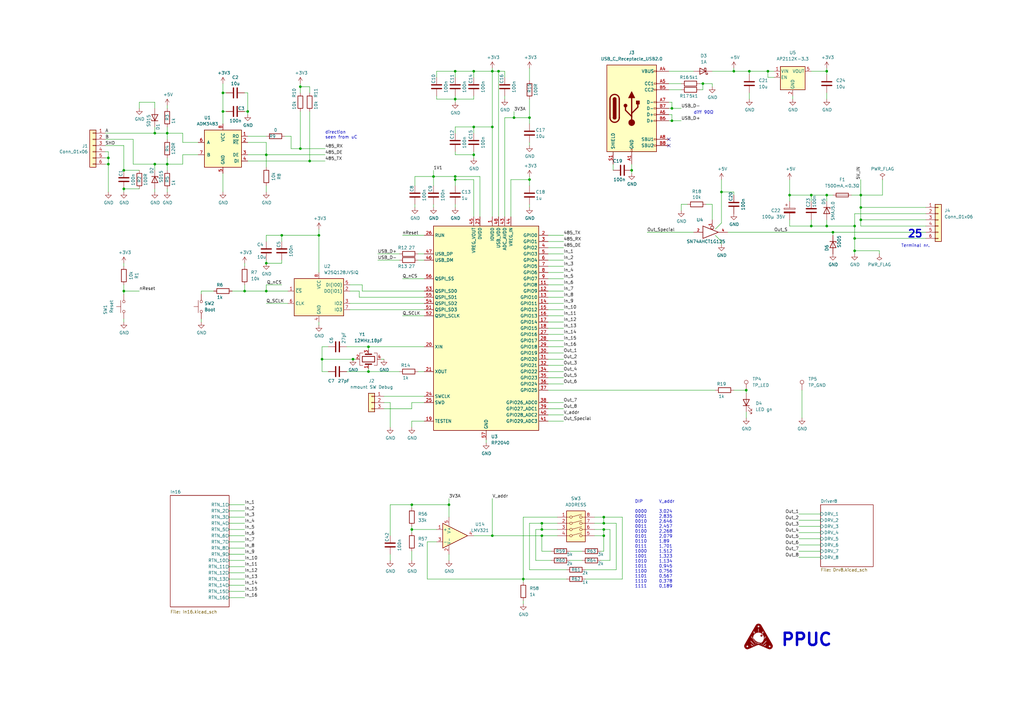
<source format=kicad_sch>
(kicad_sch (version 20211123) (generator eeschema)
  (paper "A3")
  (title_block (title "IO_16x8_matrix") (date "2024-02-18") (rev "0.1.0"))
  (junction (at 247.65 219.71))
  (junction (at 184.15 207.01))
  (junction (at 201.93 52.07))
  (junction (at 186.69 72.39))
  (junction (at 210.82 48.26))
  (junction (at 130.81 96.52))
  (junction (at 306.07 160.02))
  (junction (at 194.31 29.21))
  (junction (at 115.57 96.52))
  (junction (at 204.47 29.21))
  (junction (at 109.22 119.38))
  (junction (at 341.63 95.25))
  (junction (at 177.8 72.39))
  (junction (at 275.59 49.53))
  (junction (at 168.91 217.17))
  (junction (at 44.45 64.77))
  (junction (at 323.85 80.01))
  (junction (at 350.52 92.71))
  (junction (at 50.8 119.38))
  (junction (at 214.63 237.49))
  (junction (at 247.65 217.17))
  (junction (at 100.33 119.38))
  (junction (at 123.19 60.96))
  (junction (at 132.08 147.32))
  (junction (at 109.22 63.5))
  (junction (at 63.5 54.61))
  (junction (at 50.8 69.85))
  (junction (at 222.25 219.71))
  (junction (at 194.31 63.5))
  (junction (at 339.09 92.71))
  (junction (at 353.06 85.09))
  (junction (at 186.69 29.21))
  (junction (at 247.65 212.09))
  (junction (at 275.59 44.45))
  (junction (at 186.69 40.64))
  (junction (at 123.19 35.56))
  (junction (at 201.93 219.71))
  (junction (at 144.78 147.32))
  (junction (at 332.74 80.01))
  (junction (at 194.31 52.07))
  (junction (at 222.25 214.63))
  (junction (at 350.52 97.79))
  (junction (at 217.17 48.26))
  (junction (at 332.74 92.71))
  (junction (at 168.91 207.01))
  (junction (at 314.96 29.21))
  (junction (at 109.22 107.95))
  (junction (at 91.44 38.1))
  (junction (at 217.17 73.66))
  (junction (at 307.34 29.21))
  (junction (at 127 66.04))
  (junction (at 353.06 90.17))
  (junction (at 91.44 45.72))
  (junction (at 339.09 80.01))
  (junction (at 259.08 69.85))
  (junction (at 186.69 73.66))
  (junction (at 350.52 102.87))
  (junction (at 101.6 45.72))
  (junction (at 295.91 78.74))
  (junction (at 151.13 142.24))
  (junction (at 63.5 67.31))
  (junction (at 50.8 77.47))
  (junction (at 151.13 152.4))
  (junction (at 247.65 214.63))
  (junction (at 339.09 29.21))
  (junction (at 300.99 29.21))
  (junction (at 222.25 217.17))
  (junction (at 288.29 34.29))
  (junction (at 44.45 67.31))
  (junction (at 353.06 80.01))
  (junction (at 68.58 67.31))
  (junction (at 68.58 54.61))
  (junction (at 201.93 29.21))
  (no_connect (at 274.32 59.69))
  (no_connect (at 274.32 57.15))
  (wire (pts (xy 194.31 88.9) (xy 194.31 73.66)))
  (wire (pts (xy 142.24 152.4) (xy 151.13 152.4)))
  (wire (pts (xy 224.79 165.1) (xy 231.14 165.1)))
  (wire (pts (xy 224.79 157.48) (xy 231.14 157.48)))
  (wire (pts (xy 314.96 31.75) (xy 317.5 31.75)))
  (wire (pts (xy 127 35.56) (xy 127 38.1)))
  (wire (pts (xy 243.84 212.09) (xy 247.65 212.09)))
  (wire (pts (xy 217.17 83.82) (xy 217.17 85.09)))
  (wire (pts (xy 123.19 45.72) (xy 123.19 60.96)))
  (wire (pts (xy 50.8 107.95) (xy 50.8 109.22)))
  (wire (pts (xy 224.79 114.3) (xy 231.14 114.3)))
  (wire (pts (xy 186.69 62.23) (xy 186.69 63.5)))
  (wire (pts (xy 224.79 121.92) (xy 231.14 121.92)))
  (wire (pts (xy 353.06 80.01) (xy 353.06 85.09)))
  (wire (pts (xy 224.79 109.22) (xy 231.14 109.22)))
  (wire (pts (xy 63.5 77.47) (xy 63.5 78.74)))
  (wire (pts (xy 246.38 229.87) (xy 250.19 229.87)))
  (wire (pts (xy 134.62 142.24) (xy 132.08 142.24)))
  (wire (pts (xy 93.98 212.09) (xy 100.33 212.09)))
  (wire (pts (xy 93.98 224.79) (xy 100.33 224.79)))
  (wire (pts (xy 115.57 96.52) (xy 130.81 96.52)))
  (wire (pts (xy 224.79 96.52) (xy 231.14 96.52)))
  (wire (pts (xy 179.07 29.21) (xy 179.07 31.75)))
  (wire (pts (xy 246.38 226.06) (xy 247.65 226.06)))
  (wire (pts (xy 68.58 77.47) (xy 68.58 78.74)))
  (wire (pts (xy 100.33 119.38) (xy 109.22 119.38)))
  (wire (pts (xy 93.98 240.03) (xy 100.33 240.03)))
  (wire (pts (xy 57.15 41.91) (xy 57.15 44.45)))
  (wire (pts (xy 123.19 35.56) (xy 123.19 38.1)))
  (wire (pts (xy 224.79 160.02) (xy 293.37 160.02)))
  (wire (pts (xy 173.99 172.72) (xy 168.91 172.72)))
  (wire (pts (xy 93.98 227.33) (xy 100.33 227.33)))
  (wire (pts (xy 274.32 29.21) (xy 284.48 29.21)))
  (wire (pts (xy 115.57 116.84) (xy 109.22 116.84)))
  (wire (pts (xy 68.58 64.77) (xy 68.58 67.31)))
  (wire (pts (xy 360.68 104.14) (xy 360.68 102.87)))
  (wire (pts (xy 82.55 119.38) (xy 87.63 119.38)))
  (wire (pts (xy 353.06 90.17) (xy 379.73 90.17)))
  (wire (pts (xy 300.99 27.94) (xy 300.99 29.21)))
  (wire (pts (xy 132.08 147.32) (xy 144.78 147.32)))
  (wire (pts (xy 224.79 142.24) (xy 231.14 142.24)))
  (wire (pts (xy 196.85 72.39) (xy 186.69 72.39)))
  (wire (pts (xy 93.98 222.25) (xy 100.33 222.25)))
  (wire (pts (xy 219.71 229.87) (xy 226.06 229.87)))
  (wire (pts (xy 306.07 168.91) (xy 306.07 171.45)))
  (wire (pts (xy 307.34 38.1) (xy 307.34 40.64)))
  (wire (pts (xy 194.31 52.07) (xy 194.31 54.61)))
  (wire (pts (xy 68.58 43.18) (xy 68.58 44.45)))
  (wire (pts (xy 186.69 63.5) (xy 194.31 63.5)))
  (wire (pts (xy 228.6 217.17) (xy 222.25 217.17)))
  (wire (pts (xy 353.06 85.09) (xy 353.06 90.17)))
  (wire (pts (xy 224.79 111.76) (xy 231.14 111.76)))
  (wire (pts (xy 353.06 73.66) (xy 353.06 80.01)))
  (wire (pts (xy 274.32 36.83) (xy 279.4 36.83)))
  (wire (pts (xy 274.32 34.29) (xy 279.4 34.29)))
  (wire (pts (xy 217.17 76.2) (xy 217.17 73.66)))
  (wire (pts (xy 142.24 142.24) (xy 151.13 142.24)))
  (wire (pts (xy 323.85 73.66) (xy 323.85 80.01)))
  (wire (pts (xy 132.08 142.24) (xy 132.08 147.32)))
  (wire (pts (xy 74.93 67.31) (xy 74.93 63.5)))
  (wire (pts (xy 157.48 165.1) (xy 160.02 165.1)))
  (wire (pts (xy 109.22 63.5) (xy 133.35 63.5)))
  (wire (pts (xy 307.34 29.21) (xy 307.34 30.48)))
  (wire (pts (xy 350.52 87.63) (xy 350.52 92.71)))
  (wire (pts (xy 194.31 73.66) (xy 186.69 73.66)))
  (wire (pts (xy 93.98 234.95) (xy 100.33 234.95)))
  (wire (pts (xy 224.79 152.4) (xy 231.14 152.4)))
  (wire (pts (xy 327.66 226.06) (xy 336.55 226.06)))
  (wire (pts (xy 279.4 86.36) (xy 279.4 83.82)))
  (wire (pts (xy 101.6 58.42) (xy 109.22 58.42)))
  (wire (pts (xy 44.45 64.77) (xy 44.45 67.31)))
  (wire (pts (xy 251.46 67.31) (xy 251.46 69.85)))
  (wire (pts (xy 341.63 96.52) (xy 341.63 95.25)))
  (wire (pts (xy 43.18 57.15) (xy 54.61 57.15)))
  (wire (pts (xy 168.91 207.01) (xy 168.91 208.28)))
  (wire (pts (xy 327.66 215.9) (xy 336.55 215.9)))
  (wire (pts (xy 219.71 217.17) (xy 219.71 229.87)))
  (wire (pts (xy 274.32 49.53) (xy 275.59 49.53)))
  (wire (pts (xy 339.09 80.01) (xy 341.63 80.01)))
  (wire (pts (xy 44.45 62.23) (xy 44.45 64.77)))
  (wire (pts (xy 93.98 232.41) (xy 100.33 232.41)))
  (wire (pts (xy 295.91 78.74) (xy 295.91 91.44)))
  (wire (pts (xy 325.12 39.37) (xy 325.12 40.64)))
  (wire (pts (xy 201.93 29.21) (xy 204.47 29.21)))
  (wire (pts (xy 259.08 67.31) (xy 259.08 69.85)))
  (wire (pts (xy 339.09 38.1) (xy 339.09 40.64)))
  (wire (pts (xy 361.95 80.01) (xy 353.06 80.01)))
  (wire (pts (xy 327.66 210.82) (xy 336.55 210.82)))
  (wire (pts (xy 82.55 119.38) (xy 82.55 120.65)))
  (wire (pts (xy 50.8 116.84) (xy 50.8 119.38)))
  (wire (pts (xy 224.79 139.7) (xy 231.14 139.7)))
  (wire (pts (xy 147.32 119.38) (xy 147.32 121.92)))
  (wire (pts (xy 74.93 63.5) (xy 81.28 63.5)))
  (wire (pts (xy 50.8 119.38) (xy 57.15 119.38)))
  (wire (pts (xy 201.93 29.21) (xy 201.93 52.07)))
  (wire (pts (xy 350.52 97.79) (xy 350.52 102.87)))
  (wire (pts (xy 130.81 96.52) (xy 130.81 111.76)))
  (wire (pts (xy 50.8 69.85) (xy 57.15 69.85)))
  (wire (pts (xy 177.8 72.39) (xy 177.8 76.2)))
  (wire (pts (xy 300.99 80.01) (xy 300.99 78.74)))
  (wire (pts (xy 92.71 38.1) (xy 91.44 38.1)))
  (wire (pts (xy 173.99 142.24) (xy 151.13 142.24)))
  (wire (pts (xy 157.48 167.64) (xy 168.91 167.64)))
  (wire (pts (xy 306.07 160.02) (xy 306.07 161.29)))
  (wire (pts (xy 170.18 72.39) (xy 177.8 72.39)))
  (wire (pts (xy 43.18 64.77) (xy 44.45 64.77)))
  (wire (pts (xy 186.69 29.21) (xy 186.69 31.75)))
  (wire (pts (xy 252.73 214.63) (xy 247.65 214.63)))
  (wire (pts (xy 339.09 82.55) (xy 339.09 80.01)))
  (wire (pts (xy 217.17 40.64) (xy 217.17 48.26)))
  (wire (pts (xy 186.69 29.21) (xy 194.31 29.21)))
  (wire (pts (xy 93.98 209.55) (xy 100.33 209.55)))
  (wire (pts (xy 295.91 99.06) (xy 295.91 100.33)))
  (wire (pts (xy 222.25 214.63) (xy 217.17 214.63)))
  (wire (pts (xy 154.94 104.14) (xy 163.83 104.14)))
  (wire (pts (xy 184.15 207.01) (xy 184.15 212.09)))
  (wire (pts (xy 224.79 134.62) (xy 231.14 134.62)))
  (wire (pts (xy 360.68 102.87) (xy 350.52 102.87)))
  (wire (pts (xy 43.18 54.61) (xy 63.5 54.61)))
  (wire (pts (xy 207.01 48.26) (xy 207.01 88.9)))
  (wire (pts (xy 323.85 92.71) (xy 332.74 92.71)))
  (wire (pts (xy 353.06 90.17) (xy 353.06 92.71)))
  (wire (pts (xy 332.74 29.21) (xy 339.09 29.21)))
  (wire (pts (xy 63.5 54.61) (xy 68.58 54.61)))
  (wire (pts (xy 194.31 39.37) (xy 194.31 40.64)))
  (wire (pts (xy 157.48 162.56) (xy 173.99 162.56)))
  (wire (pts (xy 204.47 29.21) (xy 207.01 29.21)))
  (wire (pts (xy 222.25 226.06) (xy 226.06 226.06)))
  (wire (pts (xy 332.74 82.55) (xy 332.74 80.01)))
  (wire (pts (xy 68.58 54.61) (xy 74.93 54.61)))
  (wire (pts (xy 217.17 58.42) (xy 217.17 59.69)))
  (wire (pts (xy 101.6 45.72) (xy 101.6 46.99)))
  (wire (pts (xy 74.93 54.61) (xy 74.93 58.42)))
  (wire (pts (xy 233.68 229.87) (xy 238.76 229.87)))
  (wire (pts (xy 288.29 34.29) (xy 292.1 34.29)))
  (wire (pts (xy 240.03 237.49) (xy 255.27 237.49)))
  (wire (pts (xy 54.61 57.15) (xy 54.61 67.31)))
  (wire (pts (xy 275.59 41.91) (xy 275.59 44.45)))
  (wire (pts (xy 314.96 29.21) (xy 317.5 29.21)))
  (wire (pts (xy 186.69 72.39) (xy 177.8 72.39)))
  (wire (pts (xy 50.8 77.47) (xy 50.8 78.74)))
  (wire (pts (xy 293.37 93.98) (xy 295.91 91.44)))
  (wire (pts (xy 171.45 104.14) (xy 173.99 104.14)))
  (wire (pts (xy 175.26 222.25) (xy 179.07 222.25)))
  (wire (pts (xy 379.73 97.79) (xy 350.52 97.79)))
  (wire (pts (xy 339.09 92.71) (xy 332.74 92.71)))
  (wire (pts (xy 194.31 62.23) (xy 194.31 63.5)))
  (wire (pts (xy 171.45 152.4) (xy 173.99 152.4)))
  (wire (pts (xy 194.31 63.5) (xy 194.31 64.77)))
  (wire (pts (xy 101.6 63.5) (xy 109.22 63.5)))
  (wire (pts (xy 228.6 214.63) (xy 222.25 214.63)))
  (wire (pts (xy 228.6 219.71) (xy 222.25 219.71)))
  (wire (pts (xy 224.79 99.06) (xy 231.14 99.06)))
  (wire (pts (xy 207.01 48.26) (xy 210.82 48.26)))
  (wire (pts (xy 44.45 67.31) (xy 44.45 78.74)))
  (wire (pts (xy 350.52 92.71) (xy 339.09 92.71)))
  (wire (pts (xy 168.91 165.1) (xy 173.99 165.1)))
  (wire (pts (xy 287.02 34.29) (xy 288.29 34.29)))
  (wire (pts (xy 339.09 90.17) (xy 339.09 92.71)))
  (wire (pts (xy 217.17 214.63) (xy 217.17 233.68)))
  (wire (pts (xy 361.95 73.66) (xy 361.95 80.01)))
  (wire (pts (xy 68.58 67.31) (xy 74.93 67.31)))
  (wire (pts (xy 95.25 119.38) (xy 100.33 119.38)))
  (wire (pts (xy 300.99 29.21) (xy 307.34 29.21)))
  (wire (pts (xy 224.79 106.68) (xy 231.14 106.68)))
  (wire (pts (xy 217.17 48.26) (xy 217.17 50.8)))
  (wire (pts (xy 300.99 78.74) (xy 295.91 78.74)))
  (wire (pts (xy 179.07 39.37) (xy 179.07 40.64)))
  (wire (pts (xy 154.94 106.68) (xy 163.83 106.68)))
  (wire (pts (xy 255.27 237.49) (xy 255.27 212.09)))
  (wire (pts (xy 274.32 46.99) (xy 275.59 46.99)))
  (wire (pts (xy 148.59 116.84) (xy 148.59 119.38)))
  (wire (pts (xy 91.44 38.1) (xy 91.44 45.72)))
  (wire (pts (xy 332.74 92.71) (xy 332.74 90.17)))
  (wire (pts (xy 171.45 106.68) (xy 173.99 106.68)))
  (wire (pts (xy 247.65 226.06) (xy 247.65 219.71)))
  (wire (pts (xy 288.29 34.29) (xy 288.29 36.83)))
  (wire (pts (xy 109.22 124.46) (xy 118.11 124.46)))
  (wire (pts (xy 327.66 228.6) (xy 336.55 228.6)))
  (wire (pts (xy 109.22 99.06) (xy 109.22 96.52)))
  (wire (pts (xy 151.13 152.4) (xy 163.83 152.4)))
  (wire (pts (xy 168.91 215.9) (xy 168.91 217.17)))
  (wire (pts (xy 214.63 237.49) (xy 214.63 238.76)))
  (wire (pts (xy 165.1 96.52) (xy 173.99 96.52)))
  (wire (pts (xy 168.91 167.64) (xy 168.91 165.1)))
  (wire (pts (xy 63.5 44.45) (xy 63.5 41.91)))
  (wire (pts (xy 323.85 80.01) (xy 332.74 80.01)))
  (wire (pts (xy 339.09 29.21) (xy 339.09 30.48)))
  (wire (pts (xy 68.58 54.61) (xy 68.58 57.15)))
  (wire (pts (xy 186.69 52.07) (xy 186.69 54.61)))
  (wire (pts (xy 132.08 152.4) (xy 134.62 152.4)))
  (wire (pts (xy 194.31 29.21) (xy 201.93 29.21)))
  (wire (pts (xy 379.73 87.63) (xy 350.52 87.63)))
  (wire (pts (xy 233.68 226.06) (xy 238.76 226.06)))
  (wire (pts (xy 247.65 217.17) (xy 247.65 219.71)))
  (wire (pts (xy 101.6 55.88) (xy 109.22 55.88)))
  (wire (pts (xy 57.15 77.47) (xy 50.8 77.47)))
  (wire (pts (xy 165.1 114.3) (xy 173.99 114.3)))
  (wire (pts (xy 307.34 29.21) (xy 314.96 29.21)))
  (wire (pts (xy 210.82 45.72) (xy 210.82 48.26)))
  (wire (pts (xy 170.18 83.82) (xy 170.18 85.09)))
  (wire (pts (xy 199.39 180.34) (xy 199.39 181.61)))
  (wire (pts (xy 214.63 212.09) (xy 214.63 237.49)))
  (wire (pts (xy 201.93 219.71) (xy 222.25 219.71)))
  (wire (pts (xy 250.19 217.17) (xy 247.65 217.17)))
  (wire (pts (xy 224.79 104.14) (xy 231.14 104.14)))
  (wire (pts (xy 109.22 63.5) (xy 109.22 58.42)))
  (wire (pts (xy 93.98 245.11) (xy 100.33 245.11)))
  (wire (pts (xy 350.52 102.87) (xy 350.52 104.14)))
  (wire (pts (xy 43.18 67.31) (xy 44.45 67.31)))
  (wire (pts (xy 332.74 80.01) (xy 339.09 80.01)))
  (wire (pts (xy 279.4 83.82) (xy 281.94 83.82)))
  (wire (pts (xy 214.63 246.38) (xy 214.63 247.65)))
  (wire (pts (xy 292.1 34.29) (xy 292.1 35.56)))
  (wire (pts (xy 168.91 217.17) (xy 168.91 218.44)))
  (wire (pts (xy 265.43 95.25) (xy 284.48 95.25)))
  (wire (pts (xy 50.8 119.38) (xy 50.8 120.65)))
  (wire (pts (xy 259.08 69.85) (xy 259.08 71.12)))
  (wire (pts (xy 222.25 217.17) (xy 219.71 217.17)))
  (wire (pts (xy 327.66 223.52) (xy 336.55 223.52)))
  (wire (pts (xy 123.19 60.96) (xy 133.35 60.96)))
  (wire (pts (xy 93.98 219.71) (xy 100.33 219.71)))
  (wire (pts (xy 50.8 59.69) (xy 50.8 69.85)))
  (wire (pts (xy 349.25 80.01) (xy 353.06 80.01)))
  (wire (pts (xy 274.32 44.45) (xy 275.59 44.45)))
  (wire (pts (xy 224.79 167.64) (xy 231.14 167.64)))
  (wire (pts (xy 100.33 116.84) (xy 100.33 119.38)))
  (wire (pts (xy 116.84 55.88) (xy 119.38 55.88)))
  (wire (pts (xy 224.79 127) (xy 231.14 127)))
  (wire (pts (xy 93.98 207.01) (xy 100.33 207.01)))
  (wire (pts (xy 224.79 170.18) (xy 231.14 170.18)))
  (wire (pts (xy 292.1 29.21) (xy 300.99 29.21)))
  (wire (pts (xy 289.56 83.82) (xy 292.1 83.82)))
  (wire (pts (xy 74.93 58.42) (xy 81.28 58.42)))
  (wire (pts (xy 63.5 41.91) (xy 57.15 41.91)))
  (wire (pts (xy 228.6 212.09) (xy 214.63 212.09)))
  (wire (pts (xy 194.31 29.21) (xy 194.31 31.75)))
  (wire (pts (xy 109.22 96.52) (xy 115.57 96.52)))
  (wire (pts (xy 165.1 129.54) (xy 173.99 129.54)))
  (wire (pts (xy 194.31 52.07) (xy 201.93 52.07)))
  (wire (pts (xy 143.51 119.38) (xy 147.32 119.38)))
  (wire (pts (xy 132.08 147.32) (xy 132.08 152.4)))
  (wire (pts (xy 127 45.72) (xy 127 66.04)))
  (wire (pts (xy 323.85 82.55) (xy 323.85 80.01)))
  (wire (pts (xy 247.65 219.71) (xy 243.84 219.71)))
  (wire (pts (xy 54.61 67.31) (xy 63.5 67.31)))
  (wire (pts (xy 119.38 55.88) (xy 119.38 60.96)))
  (wire (pts (xy 240.03 233.68) (xy 252.73 233.68)))
  (wire (pts (xy 68.58 52.07) (xy 68.58 54.61)))
  (wire (pts (xy 148.59 119.38) (xy 173.99 119.38)))
  (wire (pts (xy 224.79 129.54) (xy 231.14 129.54)))
  (wire (pts (xy 252.73 233.68) (xy 252.73 214.63)))
  (wire (pts (xy 275.59 44.45) (xy 279.4 44.45)))
  (wire (pts (xy 82.55 130.81) (xy 82.55 132.08)))
  (wire (pts (xy 151.13 151.13) (xy 151.13 152.4)))
  (wire (pts (xy 184.15 227.33) (xy 184.15 229.87)))
  (wire (pts (xy 93.98 229.87) (xy 100.33 229.87)))
  (wire (pts (xy 92.71 45.72) (xy 91.44 45.72)))
  (wire (pts (xy 100.33 38.1) (xy 101.6 38.1)))
  (wire (pts (xy 292.1 83.82) (xy 292.1 90.17)))
  (wire (pts (xy 186.69 40.64) (xy 186.69 41.91)))
  (wire (pts (xy 207.01 39.37) (xy 207.01 40.64)))
  (wire (pts (xy 179.07 29.21) (xy 186.69 29.21)))
  (wire (pts (xy 186.69 40.64) (xy 194.31 40.64)))
  (wire (pts (xy 207.01 31.75) (xy 207.01 29.21)))
  (wire (pts (xy 339.09 27.94) (xy 339.09 29.21)))
  (wire (pts (xy 224.79 132.08) (xy 231.14 132.08)))
  (wire (pts (xy 287.02 36.83) (xy 288.29 36.83)))
  (wire (pts (xy 160.02 207.01) (xy 168.91 207.01)))
  (wire (pts (xy 224.79 124.46) (xy 231.14 124.46)))
  (wire (pts (xy 293.37 96.52) (xy 295.91 99.06)))
  (wire (pts (xy 214.63 237.49) (xy 232.41 237.49)))
  (wire (pts (xy 143.51 127) (xy 173.99 127)))
  (wire (pts (xy 91.44 71.12) (xy 91.44 78.74)))
  (wire (pts (xy 210.82 48.26) (xy 217.17 48.26)))
  (wire (pts (xy 168.91 172.72) (xy 168.91 175.26)))
  (wire (pts (xy 204.47 29.21) (xy 204.47 88.9)))
  (wire (pts (xy 224.79 154.94) (xy 231.14 154.94)))
  (wire (pts (xy 168.91 226.06) (xy 168.91 229.87)))
  (wire (pts (xy 109.22 119.38) (xy 118.11 119.38)))
  (wire (pts (xy 209.55 88.9) (xy 209.55 73.66)))
  (wire (pts (xy 119.38 60.96) (xy 123.19 60.96)))
  (wire (pts (xy 160.02 207.01) (xy 160.02 219.71)))
  (wire (pts (xy 224.79 116.84) (xy 231.14 116.84)))
  (wire (pts (xy 91.44 45.72) (xy 91.44 50.8)))
  (wire (pts (xy 186.69 72.39) (xy 186.69 73.66)))
  (wire (pts (xy 177.8 69.85) (xy 177.8 72.39)))
  (wire (pts (xy 201.93 27.94) (xy 201.93 29.21)))
  (wire (pts (xy 224.79 149.86) (xy 231.14 149.86)))
  (wire (pts (xy 91.44 34.29) (xy 91.44 38.1)))
  (wire (pts (xy 170.18 76.2) (xy 170.18 72.39)))
  (wire (pts (xy 341.63 95.25) (xy 379.73 95.25)))
  (wire (pts (xy 247.65 214.63) (xy 243.84 214.63)))
  (wire (pts (xy 115.57 106.68) (xy 115.57 107.95)))
  (wire (pts (xy 100.33 45.72) (xy 101.6 45.72)))
  (wire (pts (xy 201.93 52.07) (xy 201.93 88.9)))
  (wire (pts (xy 224.79 172.72) (xy 231.14 172.72)))
  (wire (pts (xy 353.06 85.09) (xy 379.73 85.09)))
  (wire (pts (xy 100.33 107.95) (xy 100.33 109.22)))
  (wire (pts (xy 130.81 93.98) (xy 130.81 96.52)))
  (wire (pts (xy 217.17 233.68) (xy 232.41 233.68)))
  (wire (pts (xy 186.69 83.82) (xy 186.69 85.09)))
  (wire (pts (xy 247.65 217.17) (xy 243.84 217.17)))
  (wire (pts (xy 101.6 66.04) (xy 127 66.04)))
  (wire (pts (xy 127 66.04) (xy 133.35 66.04)))
  (wire (pts (xy 179.07 40.64) (xy 186.69 40.64)))
  (wire (pts (xy 196.85 88.9) (xy 196.85 72.39)))
  (wire (pts (xy 350.52 92.71) (xy 350.52 97.79)))
  (wire (pts (xy 224.79 119.38) (xy 231.14 119.38)))
  (wire (pts (xy 109.22 63.5) (xy 109.22 68.58)))
  (wire (pts (xy 186.69 39.37) (xy 186.69 40.64)))
  (wire (pts (xy 143.51 124.46) (xy 173.99 124.46)))
  (wire (pts (xy 156.21 147.32) (xy 157.48 147.32)))
  (wire (pts (xy 175.26 237.49) (xy 175.26 222.25)))
  (wire (pts (xy 68.58 67.31) (xy 68.58 69.85)))
  (wire (pts (xy 186.69 73.66) (xy 186.69 76.2)))
  (wire (pts (xy 314.96 29.21) (xy 314.96 31.75)))
  (wire (pts (xy 123.19 35.56) (xy 127 35.56)))
  (wire (pts (xy 327.66 213.36) (xy 336.55 213.36)))
  (wire (pts (xy 93.98 214.63) (xy 100.33 214.63)))
  (wire (pts (xy 217.17 27.94) (xy 217.17 33.02)))
  (wire (pts (xy 247.65 212.09) (xy 255.27 212.09)))
  (wire (pts (xy 328.93 160.02) (xy 328.93 171.45)))
  (wire (pts (xy 143.51 116.84) (xy 148.59 116.84)))
  (wire (pts (xy 209.55 73.66) (xy 217.17 73.66)))
  (wire (pts (xy 151.13 142.24) (xy 151.13 143.51)))
  (wire (pts (xy 63.5 52.07) (xy 63.5 54.61)))
  (wire (pts (xy 250.19 229.87) (xy 250.19 217.17)))
  (wire (pts (xy 327.66 220.98) (xy 336.55 220.98)))
  (wire (pts (xy 50.8 59.69) (xy 43.18 59.69)))
  (wire (pts (xy 323.85 90.17) (xy 323.85 92.71)))
  (wire (pts (xy 224.79 101.6) (xy 231.14 101.6)))
  (wire (pts (xy 274.32 41.91) (xy 275.59 41.91)))
  (wire (pts (xy 224.79 147.32) (xy 231.14 147.32)))
  (wire (pts (xy 295.91 73.66) (xy 295.91 78.74)))
  (wire (pts (xy 101.6 38.1) (xy 101.6 45.72)))
  (wire (pts (xy 224.79 137.16) (xy 231.14 137.16)))
  (wire (pts (xy 222.25 219.71) (xy 222.25 226.06)))
  (wire (pts (xy 214.63 237.49) (xy 175.26 237.49)))
  (wire (pts (xy 109.22 106.68) (xy 109.22 107.95)))
  (wire (pts (xy 184.15 207.01) (xy 168.91 207.01)))
  (wire (pts (xy 184.15 204.47) (xy 184.15 207.01)))
  (wire (pts (xy 130.81 132.08) (xy 130.81 133.35)))
  (wire (pts (xy 201.93 219.71) (xy 194.31 219.71)))
  (wire (pts (xy 298.45 95.25) (xy 341.63 95.25)))
  (wire (pts (xy 327.66 218.44) (xy 336.55 218.44)))
  (wire (pts (xy 177.8 83.82) (xy 177.8 85.09)))
  (wire (pts (xy 144.78 147.32) (xy 146.05 147.32)))
  (wire (pts (xy 93.98 237.49) (xy 100.33 237.49)))
  (wire (pts (xy 224.79 144.78) (xy 231.14 144.78)))
  (wire (pts (xy 160.02 165.1) (xy 160.02 175.26)))
  (wire (pts (xy 43.18 62.23) (xy 44.45 62.23)))
  (wire (pts (xy 247.65 212.09) (xy 247.65 214.63)))
  (wire (pts (xy 186.69 52.07) (xy 194.31 52.07)))
  (wire (pts (xy 168.91 217.17) (xy 179.07 217.17)))
  (wire (pts (xy 217.17 72.39) (xy 217.17 73.66)))
  (wire (pts (xy 275.59 49.53) (xy 279.4 49.53)))
  (wire (pts (xy 222.25 214.63) (xy 222.25 217.17)))
  (wire (pts (xy 160.02 227.33) (xy 160.02 229.87)))
  (wire (pts (xy 201.93 204.47) (xy 201.93 219.71)))
  (wire (pts (xy 93.98 242.57) (xy 100.33 242.57)))
  (wire (pts (xy 63.5 69.85) (xy 63.5 67.31)))
  (wire (pts (xy 115.57 107.95) (xy 109.22 107.95)))
  (wire (pts (xy 123.19 34.29) (xy 123.19 35.56)))
  (wire (pts (xy 353.06 92.71) (xy 379.73 92.71)))
  (wire (pts (xy 300.99 160.02) (xy 306.07 160.02)))
  (wire (pts (xy 147.32 121.92) (xy 173.99 121.92)))
  (wire (pts (xy 50.8 130.81) (xy 50.8 132.08)))
  (wire (pts (xy 115.57 96.52) (xy 115.57 99.06)))
  (wire (pts (xy 275.59 46.99) (xy 275.59 49.53)))
  (wire (pts (xy 93.98 217.17) (xy 100.33 217.17)))
  (wire (pts (xy 109.22 76.2) (xy 109.22 78.74)))
  (wire (pts (xy 109.22 116.84) (xy 109.22 119.38)))
  (wire (pts (xy 63.5 67.31) (xy 68.58 67.31)))
  (text "DIP 	V_addr\n\n0000	3,024\n0001	2,835\n0010	2,646\n0011	2,457\n0100	2,268\n0101	2,079\n0110	1,89\n0111	1,701\n1000	1,512\n1001	1,323\n1010	1,134\n1011	0,945\n1100	0,756\n1101	0,567\n1110	0,378\n1111	0,189\n" (at 260.35 241.3 0) (effects (font (size 1.27 1.27)) (justify left bottom)))
  (text "diff 90Ω" (at 284.48 46.99 0) (effects (font (size 1.27 1.27)) (justify left bottom)))
  (text "Terminal nr." (at 369.57 101.6 0) (effects (font (size 1.27 1.27)) (justify left bottom)))
  (text "direction\nseen from uC" (at 133.35 57.15 0) (effects (font (size 1.27 1.27)) (justify left bottom)))
  (text "25" (at 372.11 97.79 0) (effects (font (size 3 3) (thickness 0.6) bold) (justify left bottom)))
  (text "PPUC" (at 320.04 265.43 0) (effects (font (size 5 5) bold) (justify left bottom)))
  (label "In_15" (at 231.14 139.7 0))
  (label "Out_5" (at 231.14 154.94 0))
  (label "In_16" (at 231.14 142.24 0))
  (label "In_12" (at 100.33 234.95 0))
  (label "Q_SCLK" (at 109.22 124.46 0))
  (label "nReset" (at 57.15 119.38 0))
  (label "In_10" (at 100.33 229.87 0))
  (label "In_2" (at 231.14 106.68 0))
  (label "SHD" (at 43.18 59.69 0))
  (label "Out_8" (at 327.66 228.6 180))
  (label "V_addr" (at 201.93 204.47 0))
  (label "In_6" (at 231.14 116.84 0))
  (label "In_5" (at 100.33 217.17 0))
  (label "Out_6" (at 327.66 223.52 180))
  (label "In_13" (at 100.33 237.49 0))
  (label "Out_2" (at 231.14 147.32 0))
  (label "In_8" (at 100.33 224.79 0))
  (label "USB_D+" (at 154.94 104.14 0))
  (label "In_4" (at 100.33 214.63 0))
  (label "A" (at 43.18 54.61 0))
  (label "Out_3" (at 231.14 149.86 0))
  (label "Out_2" (at 327.66 213.36 180))
  (label "In_1" (at 231.14 104.14 0))
  (label "Q_nCS" (at 115.57 116.84 180))
  (label "In_9" (at 100.33 227.33 0))
  (label "USB_D-" (at 154.94 106.68 0))
  (label "Q_nCS" (at 165.1 114.3 0))
  (label "Out_7" (at 327.66 226.06 180))
  (label "In_11" (at 100.33 232.41 0))
  (label "Out_S" (at 317.5 95.25 0))
  (label "In_10" (at 231.14 127 0))
  (label "In_9" (at 231.14 124.46 0))
  (label "In_6" (at 100.33 219.71 0))
  (label "485_DE" (at 231.14 101.6 0))
  (label "In_14" (at 100.33 240.03 0))
  (label "In_16" (at 100.33 245.11 0))
  (label "USB_D-" (at 279.4 44.45 0))
  (label "In_3" (at 231.14 109.22 0))
  (label "In_12" (at 231.14 132.08 0))
  (label "485_TX" (at 231.14 96.52 0))
  (label "In_4" (at 231.14 111.76 0))
  (label "Out_4" (at 327.66 218.44 180))
  (label "Out_4" (at 231.14 152.4 0))
  (label "485_RX" (at 133.35 60.96 0))
  (label "3V3A" (at 210.82 45.72 0))
  (label "In_15" (at 100.33 242.57 0))
  (label "1V1" (at 177.8 69.85 0))
  (label "In_3" (at 100.33 212.09 0))
  (label "In_1" (at 100.33 207.01 0))
  (label "5V_IN" (at 353.06 73.66 90))
  (label "In_13" (at 231.14 134.62 0))
  (label "485_DE" (at 133.35 63.5 0))
  (label "Out_8" (at 231.14 167.64 0))
  (label "In_7" (at 231.14 119.38 0))
  (label "Out_1" (at 231.14 144.78 0))
  (label "In_14" (at 231.14 137.16 0))
  (label "In_5" (at 231.14 114.3 0))
  (label "Out_5" (at 327.66 220.98 180))
  (label "Out_3" (at 327.66 215.9 180))
  (label "Out_Special" (at 265.43 95.25 0))
  (label "USB_D+" (at 279.4 49.53 0))
  (label "Out_6" (at 231.14 157.48 0))
  (label "In_2" (at 100.33 209.55 0))
  (label "In_7" (at 100.33 222.25 0))
  (label "In_11" (at 231.14 129.54 0))
  (label "485_RX" (at 231.14 99.06 0))
  (label "nReset" (at 165.1 96.52 0))
  (label "Out_Special" (at 231.14 172.72 0))
  (label "3V3A" (at 184.15 204.47 0))
  (label "Q_SCLK" (at 165.1 129.54 0))
  (label "V_addr" (at 231.14 170.18 0))
  (label "Out_1" (at 327.66 210.82 180))
  (label "In_8" (at 231.14 121.92 0))
  (label "B" (at 43.18 57.15 0))
  (label "Out_7" (at 231.14 165.1 0))
  (label "485_TX" (at 133.35 66.04 0))
  (symbol (lib_id "power:GND") (at 57.15 44.45 0) (unit 1)
    (property "Reference" "#PWR0106" (effects hide))
    (property "Value" "GND" (at 57.277 48.8442 0))
  )
  (symbol (lib_id "power:GND") (at 177.8 85.09 0) (unit 1)
    (property "Reference" "#PWR0114" (effects hide))
    (property "Value" "GND" (at 177.927 89.4842 0))
  )
  (symbol (lib_id "Connector_Generic:Conn_01x03") (at 152.4 165.1 0) (mirror y) (unit 1) (in_bom no)
    (property "Reference" "J2" (at 152.4 156.21 0))
    (property "Value" "nmount SW Debug" (at 152.4 158.75 0))
    (property "Footprint" "Connector_PinSocket_2.54mm:PinSocket_1x03_P2.54mm_Vertical" (effects hide))
  )
  (symbol (lib_id "Device:Fuse") (at 345.44 80.01 90) (unit 1)
    (property "Reference" "F1" (at 345.44 73.66 90))
    (property "Value" "T500mA,<0.3Ω" (at 345.44 76.2 90))
    (property "Footprint" "Fuse:Fuse_1206_3216Metric" (effects hide))
  )
  (symbol (lib_id "Device:R") (at 283.21 34.29 90) (unit 1)
    (property "Reference" "R16" (at 280.67 31.75 90))
    (property "Value" "5k1" (at 284.48 31.75 90))
    (property "Footprint" "Resistor_SMD:R_0603_1608Metric" (effects hide))
  )
  (symbol (lib_id "Device:C") (at 339.09 34.29 0) (unit 1)
    (property "Reference" "C24" (at 342.9 33.0199 0) (effects (justify left)))
    (property "Value" "10u" (at 342.9 35.5599 0) (effects (justify left)))
    (property "Footprint" "Capacitor_SMD:C_0603_1608Metric" (effects hide))
  )
  (symbol (lib_id "power:GND") (at 160.02 229.87 0) (unit 1)
    (property "Reference" "#PWR02" (effects hide))
    (property "Value" "GND" (at 160.147 234.2642 0))
  )
  (symbol (lib_id "Device:C") (at 300.99 83.82 0) (unit 1)
    (property "Reference" "C20" (at 299.72 82.55 90) (effects (justify left)))
    (property "Value" "100n" (at 304.8 86.36 90) (effects (justify left)))
    (property "Footprint" "Capacitor_SMD:C_0402_1005Metric" (effects hide))
  )
  (symbol (lib_id "power:GND") (at 217.17 85.09 0) (unit 1)
    (property "Reference" "#PWR0127" (effects hide))
    (property "Value" "GND" (at 217.297 89.4842 0))
  )
  (symbol (lib_id "Device:R") (at 297.18 160.02 90) (unit 1)
    (property "Reference" "R19" (at 295.91 157.48 90))
    (property "Value" "1k" (at 295.91 162.56 90))
    (property "Footprint" "Resistor_SMD:R_0402_1005Metric" (effects hide))
  )
  (symbol (lib_id "Device:D_Zener") (at 339.09 86.36 270) (unit 1)
    (property "Reference" "D5" (at 337.82 81.28 0) (effects (justify left)))
    (property "Value" "SMAJ5.0" (at 341.63 82.55 0) (effects (justify left)))
    (property "Footprint" "Diode_SMD:D_SMA" (effects hide))
  )
  (symbol (lib_id "Device:R") (at 123.19 41.91 0) (unit 1)
    (property "Reference" "R10" (at 120.65 38.1 90))
    (property "Value" "10k" (at 120.65 43.18 90))
    (property "Footprint" "Resistor_SMD:R_0603_1608Metric" (effects hide))
  )
  (symbol (lib_id "Device:D_Zener") (at 63.5 48.26 90) (unit 1)
    (property "Reference" "D1" (at 64.77 53.34 0) (effects (justify left)))
    (property "Value" "SD15" (at 60.96 52.07 0) (effects (justify left)))
    (property "Footprint" "Diode_SMD:D_SOD-323" (effects hide))
  )
  (symbol (lib_id "Device:C") (at 138.43 152.4 90) (unit 1)
    (property "Reference" "C7" (at 135.89 156.21 90))
    (property "Value" "27pF" (at 140.97 156.21 90))
    (property "Footprint" "Capacitor_SMD:C_0402_1005Metric" (effects hide))
  )
  (symbol (lib_id "power:+3V3") (at 201.93 27.94 0) (unit 1)
    (property "Reference" "#PWR0132" (effects hide))
    (property "Value" "+3V3" (at 202.311 23.5458 0))
  )
  (symbol (lib_id "power:GND") (at 328.93 171.45 0) (unit 1)
    (property "Reference" "#PWR0140" (effects hide))
    (property "Value" "GND" (at 329.057 175.8442 0))
  )
  (symbol (lib_id "power:GND") (at 44.45 78.74 0) (unit 1)
    (property "Reference" "#PWR0104" (effects hide))
    (property "Value" "GND" (at 44.577 83.1342 0))
  )
  (symbol (lib_id "power:+3V3") (at 91.44 34.29 0) (unit 1)
    (property "Reference" "#PWR0110" (effects hide))
    (property "Value" "+3V3" (at 91.821 29.8958 0))
  )
  (symbol (lib_id "power:+3V3") (at 100.33 107.95 0) (unit 1)
    (property "Reference" "#PWR0149" (effects hide))
    (property "Value" "+3V3" (at 100.711 103.5558 0))
  )
  (symbol (lib_id "power:GND") (at 144.78 147.32 0) (unit 1)
    (property "Reference" "#PWR0141" (effects hide))
    (property "Value" "GND" (at 144.907 151.7142 0))
  )
  (symbol (lib_id "Device:D_Zener") (at 341.63 100.33 270) (unit 1)
    (property "Reference" "D6" (at 339.09 100.33 0) (effects (justify left)))
    (property "Value" "SD05" (at 344.17 96.52 0) (effects (justify left)))
    (property "Footprint" "Diode_SMD:D_SOD-323" (effects hide))
  )
  (symbol (lib_id "power:GND") (at 168.91 229.87 0) (unit 1)
    (property "Reference" "#PWR03" (effects hide))
    (property "Value" "GND" (at 169.037 234.2642 0))
  )
  (symbol (lib_id "power:GND") (at 194.31 64.77 0) (unit 1)
    (property "Reference" "#PWR0108" (effects hide))
    (property "Value" "GND" (at 194.437 69.1642 0))
  )
  (symbol (lib_id "Device:R") (at 236.22 233.68 90) (unit 1)
    (property "Reference" "R61" (at 236.22 233.68 90))
    (property "Value" "2k" (at 240.03 234.95 90))
    (property "Footprint" "Resistor_SMD:R_0603_1608Metric" (effects hide))
  )
  (symbol (lib_id "power:GND") (at 68.58 78.74 0) (unit 1)
    (property "Reference" "#PWR0101" (effects hide))
    (property "Value" "GND" (at 68.707 83.1342 0))
  )
  (symbol (lib_id "power:+5V") (at 300.99 27.94 0) (unit 1)
    (property "Reference" "#PWR0124" (effects hide))
    (property "Value" "+5V" (at 301.371 23.5458 0))
  )
  (symbol (lib_id "Device:R") (at 167.64 152.4 90) (unit 1)
    (property "Reference" "R14" (at 166.37 149.86 90))
    (property "Value" "1k" (at 166.37 154.94 90))
    (property "Footprint" "Resistor_SMD:R_0402_1005Metric" (effects hide))
  )
  (symbol (lib_id "Device:C") (at 186.69 58.42 0) (unit 1)
    (property "Reference" "C12" (at 185.42 57.15 90) (effects (justify left)))
    (property "Value" "100n" (at 190.5 60.96 90) (effects (justify left)))
    (property "Footprint" "Capacitor_SMD:C_0402_1005Metric" (effects hide))
  )
  (symbol (lib_id "power:GND") (at 306.07 171.45 0) (unit 1)
    (property "Reference" "#PWR0139" (effects hide))
    (property "Value" "GND" (at 306.197 175.8442 0))
  )
  (symbol (lib_id "Device:R") (at 217.17 36.83 0) (unit 1)
    (property "Reference" "R15" (at 217.17 38.1 90) (effects (justify left)))
    (property "Value" "100R" (at 219.71 39.37 90) (effects (justify left)))
    (property "Footprint" "Resistor_SMD:R_0603_1608Metric" (effects hide))
  )
  (symbol (lib_id "power:GND") (at 50.8 78.74 0) (unit 1)
    (property "Reference" "#PWR0103" (effects hide))
    (property "Value" "GND" (at 50.927 83.1342 0))
  )
  (symbol (lib_id "Device:C") (at 160.02 223.52 0) (unit 1)
    (property "Reference" "C42" (at 158.75 222.25 90) (effects (justify left)))
    (property "Value" "100n" (at 163.83 226.06 90) (effects (justify left)))
    (property "Footprint" "Capacitor_SMD:C_0402_1005Metric" (effects hide))
  )
  (symbol (lib_id "Connector_Generic:Conn_01x06") (at 38.1 59.69 0) (mirror y) (unit 1)
    (property "Reference" "J1" (at 36.068 59.8932 0) (effects (justify left)))
    (property "Value" "Conn_01x06" (at 36.068 62.2046 0) (effects (justify left)))
    (property "Footprint" "Out_8x10:Terminal_Block_RTMPin" (effects hide))
  )
  (symbol (lib_id "Device:Crystal_GND24") (at 151.13 147.32 90) (unit 1)
    (property "Reference" "Y1" (at 148.59 137.16 90))
    (property "Value" "12MHz,18pF" (at 151.13 139.7 90))
    (property "Footprint" "Crystal:Crystal_SMD_3225-4Pin_3.2x2.5mm" (effects hide))
  )
  (symbol (lib_id "Connector:USB_C_Receptacle_USB2.0") (at 259.08 44.45 0) (unit 1)
    (property "Reference" "J3" (at 259.08 21.59 0))
    (property "Value" "USB_C_Receptacle_USB2.0" (at 259.08 24.13 0))
    (property "Footprint" "Connector_USB:USB_C_Receptacle_XKB_U262-16XN-4BVC11" (effects hide))
    (property "Datasheet" "https://www.usb.org/sites/default/files/documents/usb_type-c.zip" (effects hide))
    (property "Note" "check D+/D- in layout regarding flipped connection" (effects hide))
  )
  (symbol (lib_id "power:GND") (at 350.52 104.14 0) (unit 1)
    (property "Reference" "#PWR0133" (effects hide))
    (property "Value" "GND" (at 350.647 108.5342 0))
  )
  (symbol (lib_id "Interface_UART:SP3485EN") (at 91.44 60.96 0) (mirror y) (unit 1)
    (property "Reference" "U1" (at 85.09 48.26 0))
    (property "Value" "ADM3483" (at 85.09 50.8 0))
    (property "Footprint" "Package_SO:SOIC-8_3.9x4.9mm_P1.27mm" (effects hide))
    (property "Datasheet" "http://www.icbase.com/pdf/SPX/SPX00480106.pdf" (effects hide))
  )
  (symbol (lib_id "power:GND") (at 341.63 104.14 0) (unit 1)
    (property "Reference" "#PWR0134" (effects hide))
    (property "Value" "GND" (at 341.757 108.5342 0))
  )
  (symbol (lib_id "Device:R") (at 168.91 222.25 0) (unit 1)
    (property "Reference" "R57" (at 171.45 220.9799 0) (effects (justify left)))
    (property "Value" "2k" (at 171.45 223.5199 0) (effects (justify left)))
    (property "Footprint" "Resistor_SMD:R_0603_1608Metric" (effects hide))
  )
  (symbol (lib_id "power:GND") (at 259.08 71.12 0) (unit 1)
    (property "Reference" "#PWR0118" (effects hide))
    (property "Value" "GND" (at 259.207 75.5142 0))
  )
  (symbol (lib_id "power:GND") (at 184.15 229.87 0) (unit 1)
    (property "Reference" "#PWR04" (effects hide))
    (property "Value" "GND" (at 184.277 234.2642 0))
  )
  (symbol (lib_id "power:+5V") (at 323.85 73.66 0) (unit 1)
    (property "Reference" "#PWR0126" (effects hide))
    (property "Value" "+5V" (at 324.231 69.2658 0))
  )
  (symbol (lib_id "MCU_RaspberryPi:RP2040") (at 199.39 134.62 0) (unit 1)
    (property "Reference" "U3" (at 201.4094 179.07 0) (effects (justify left)))
    (property "Value" "RP2040" (at 201.4094 181.61 0) (effects (justify left)))
    (property "Footprint" "Package_DFN_QFN:QFN-56-1EP_7x7mm_P0.4mm_EP3.2x3.2mm" (effects hide))
    (property "Datasheet" "https://datasheets.raspberrypi.com/rp2040/rp2040-datasheet.pdf" (effects hide))
  )
  (symbol (lib_id "Amplifier_Operational:LMV321") (at 186.69 219.71 0) (unit 1)
    (property "Reference" "U14" (at 196.85 215.011 0))
    (property "Value" "LMV321" (at 196.85 217.551 0))
    (property "Footprint" "Package_TO_SOT_SMD:SOT-23-5" (effects hide))
    (property "Datasheet" "http://www.ti.com/lit/ds/symlink/lmv324.pdf" (effects hide))
  )
  (symbol (lib_id "Device:C") (at 217.17 80.01 0) (unit 1)
    (property "Reference" "C18" (at 219.71 78.74 0) (effects (justify left)))
    (property "Value" "1u" (at 219.71 81.28 0) (effects (justify left)))
    (property "Footprint" "Capacitor_SMD:C_0402_1005Metric" (effects hide))
    (property "Note" "close to pin 44" (effects hide))
  )
  (symbol (lib_id "power:GND") (at 325.12 40.64 0) (unit 1)
    (property "Reference" "#PWR0119" (effects hide))
    (property "Value" "GND" (at 325.247 45.0342 0))
  )
  (symbol (lib_id "Device:C") (at 332.74 86.36 0) (unit 1)
    (property "Reference" "C23" (at 331.47 85.09 90) (effects (justify left)))
    (property "Value" "100n" (at 334.01 85.09 90) (effects (justify left)))
    (property "Footprint" "Capacitor_SMD:C_0402_1005Metric" (effects hide))
  )
  (symbol (lib_id "power:+3V3") (at 217.17 27.94 0) (unit 1)
    (property "Reference" "#PWR0130" (effects hide))
    (property "Value" "+3V3" (at 217.551 23.5458 0))
  )
  (symbol (lib_id "Device:C") (at 194.31 58.42 0) (unit 1)
    (property "Reference" "C15" (at 193.04 57.15 90) (effects (justify left)))
    (property "Value" "100n" (at 198.12 60.96 90) (effects (justify left)))
    (property "Footprint" "Capacitor_SMD:C_0402_1005Metric" (effects hide))
  )
  (symbol (lib_id "power:GND") (at 207.01 40.64 0) (unit 1)
    (property "Reference" "#PWR0131" (effects hide))
    (property "Value" "GND" (at 207.137 45.0342 0))
  )
  (symbol (lib_id "Device:R") (at 100.33 113.03 0) (unit 1)
    (property "Reference" "R7" (at 102.87 111.7599 0) (effects (justify left)))
    (property "Value" "10k" (at 102.87 114.2999 0) (effects (justify left)))
    (property "Footprint" "Resistor_SMD:R_0603_1608Metric" (effects hide))
  )
  (symbol (lib_id "Device:C") (at 186.69 35.56 0) (unit 1)
    (property "Reference" "C11" (at 185.42 34.29 90) (effects (justify left)))
    (property "Value" "100n" (at 190.5 38.1 90) (effects (justify left)))
    (property "Footprint" "Capacitor_SMD:C_0402_1005Metric" (effects hide))
  )
  (symbol (lib_id "Device:C") (at 50.8 73.66 0) (unit 1)
    (property "Reference" "C1" (at 49.53 72.39 90) (effects (justify left)))
    (property "Value" "100n" (at 54.61 76.2 90) (effects (justify left)))
    (property "Footprint" "Capacitor_SMD:C_0402_1005Metric" (effects hide))
  )
  (symbol (lib_id "power:GND") (at 109.22 107.95 0) (unit 1)
    (property "Reference" "#PWR0150" (effects hide))
    (property "Value" "GND" (at 109.347 112.3442 0))
  )
  (symbol (lib_id "Device:R") (at 229.87 226.06 90) (unit 1)
    (property "Reference" "R59" (at 229.87 226.06 90))
    (property "Value" "5k" (at 233.68 227.33 90))
    (property "Footprint" "Resistor_SMD:R_0603_1608Metric" (effects hide))
  )
  (symbol (lib_id "Device:C") (at 96.52 38.1 90) (unit 1)
    (property "Reference" "C2" (at 96.52 31.75 90))
    (property "Value" "10u" (at 96.52 34.29 90))
    (property "Footprint" "Capacitor_SMD:C_0603_1608Metric" (effects hide))
  )
  (symbol (lib_id "power:GND") (at 217.17 59.69 0) (unit 1)
    (property "Reference" "#PWR0128" (effects hide))
    (property "Value" "GND" (at 217.297 64.0842 0))
  )
  (symbol (lib_id "power:GND") (at 63.5 78.74 0) (unit 1)
    (property "Reference" "#PWR0102" (effects hide))
    (property "Value" "GND" (at 63.627 83.1342 0))
  )
  (symbol (lib_id "power:GND") (at 157.48 147.32 0) (unit 1)
    (property "Reference" "#PWR0145" (effects hide))
    (property "Value" "GND" (at 157.607 151.7142 0))
  )
  (symbol (lib_id "power:GND") (at 339.09 40.64 0) (unit 1)
    (property "Reference" "#PWR0120" (effects hide))
    (property "Value" "GND" (at 339.217 45.0342 0))
  )
  (symbol (lib_id "Device:R") (at 113.03 55.88 90) (unit 1)
    (property "Reference" "R9" (at 111.76 55.88 90))
    (property "Value" "0" (at 113.03 53.34 90))
    (property "Footprint" "Resistor_SMD:R_0603_1608Metric" (effects hide))
  )
  (symbol (lib_id "Device:R") (at 68.58 48.26 0) (unit 1)
    (property "Reference" "R3" (at 68.58 49.53 90) (effects (justify left)))
    (property "Value" "1k" (at 71.12 50.8 90) (effects (justify left)))
    (property "Footprint" "Resistor_SMD:R_0402_1005Metric" (effects hide))
  )
  (symbol (lib_id "Device:R") (at 68.58 73.66 0) (unit 1)
    (property "Reference" "R5" (at 68.58 74.93 90) (effects (justify left)))
    (property "Value" "1k" (at 71.12 76.2 90) (effects (justify left)))
    (property "Footprint" "Resistor_SMD:R_0402_1005Metric" (effects hide))
  )
  (symbol (lib_id "Device:R") (at 242.57 226.06 90) (unit 1)
    (property "Reference" "R63" (at 242.57 226.06 90))
    (property "Value" "3k" (at 246.38 227.33 90))
    (property "Footprint" "Resistor_SMD:R_0603_1608Metric" (effects hide))
  )
  (symbol (lib_id "power:GND") (at 130.81 133.35 0) (unit 1)
    (property "Reference" "#PWR0151" (effects hide))
    (property "Value" "GND" (at 130.937 137.7442 0))
  )
  (symbol (lib_id "power:GND") (at 82.55 132.08 0) (unit 1)
    (property "Reference" "#PWR0147" (effects hide))
    (property "Value" "GND" (at 82.677 136.4742 0))
  )
  (symbol (lib_id "power:GND") (at 101.6 46.99 0) (unit 1)
    (property "Reference" "#PWR0109" (effects hide))
    (property "Value" "GND" (at 101.727 51.3842 0))
  )
  (symbol (lib_id "Device:R") (at 68.58 60.96 0) (unit 1)
    (property "Reference" "R4" (at 68.58 62.23 90) (effects (justify left)))
    (property "Value" "120R" (at 71.12 63.5 90) (effects (justify left)))
    (property "Footprint" "Resistor_SMD:R_0603_1608Metric" (effects hide))
  )
  (symbol (lib_id "Switch:SW_DIP_x04") (at 236.22 217.17 0) (unit 1)
    (property "Reference" "SW3" (at 236.22 204.47 0))
    (property "Value" "ADDRESS" (at 236.22 207.01 0))
    (property "Footprint" "Button_Switch_SMD:SW_DIP_SPSTx04_Slide_6.7x11.72mm_W8.61mm_P2.54mm_LowProfile" (effects hide))
  )
  (symbol (lib_id "Device:C") (at 186.69 80.01 0) (unit 1)
    (property "Reference" "C13" (at 189.23 78.74 0) (effects (justify left)))
    (property "Value" "1u" (at 189.23 81.28 0) (effects (justify left)))
    (property "Footprint" "Capacitor_SMD:C_0402_1005Metric" (effects hide))
    (property "Note" "close to pin 45" (effects hide))
  )
  (symbol (lib_id "Device:C") (at 217.17 54.61 0) (unit 1)
    (property "Reference" "C17" (at 219.71 53.34 0) (effects (justify left)))
    (property "Value" "10u" (at 219.71 55.88 0) (effects (justify left)))
    (property "Footprint" "Capacitor_SMD:C_0603_1608Metric" (effects hide))
    (property "Note" "close to pin 44" (effects hide))
  )
  (symbol (lib_id "power:GND") (at 168.91 175.26 0) (unit 1)
    (property "Reference" "#PWR0142" (effects hide))
    (property "Value" "GND" (at 169.037 179.6542 0))
  )
  (symbol (lib_id "Device:R") (at 109.22 72.39 180) (unit 1)
    (property "Reference" "R8" (at 114.4778 72.39 90))
    (property "Value" "10k" (at 112.1664 72.39 90))
    (property "Footprint" "Resistor_SMD:R_0603_1608Metric" (effects hide))
  )
  (symbol (lib_id "PPUC_LOGO_LIB:LOGO") (at 311.15 261.62 0) (unit 1)
    (property "Reference" "#G1" (effects hide))
    (property "Value" "LOGO" (effects hide))
  )
  (symbol (lib_id "power:GND") (at 292.1 35.56 0) (unit 1)
    (property "Reference" "#PWR0123" (effects hide))
    (property "Value" "GND" (at 292.227 39.9542 0))
  )
  (symbol (lib_id "power:GND") (at 91.44 78.74 0) (unit 1)
    (property "Reference" "#PWR0116" (effects hide))
    (property "Value" "GND" (at 91.567 83.1342 0))
  )
  (symbol (lib_id "Device:C") (at 255.27 69.85 90) (unit 1)
    (property "Reference" "C19" (at 255.27 66.04 90) (effects (justify left)))
    (property "Value" "100n" (at 256.54 73.66 90) (effects (justify left)))
    (property "Footprint" "Capacitor_SMD:C_0402_1005Metric" (effects hide))
  )
  (symbol (lib_id "Device:C") (at 207.01 35.56 0) (unit 1)
    (property "Reference" "C16" (at 205.74 34.29 90) (effects (justify left)))
    (property "Value" "100n" (at 210.82 38.1 90) (effects (justify left)))
    (property "Footprint" "Capacitor_SMD:C_0402_1005Metric" (effects hide))
    (property "Note" "together with C at pin 49" (effects hide))
  )
  (symbol (lib_id "Device:C") (at 194.31 35.56 0) (unit 1)
    (property "Reference" "C14" (at 193.04 34.29 90) (effects (justify left)))
    (property "Value" "100n" (at 198.12 38.1 90) (effects (justify left)))
    (property "Footprint" "Capacitor_SMD:C_0402_1005Metric" (effects hide))
  )
  (symbol (lib_id "power:GND") (at 50.8 132.08 0) (unit 1)
    (property "Reference" "#PWR0148" (effects hide))
    (property "Value" "GND" (at 50.927 136.4742 0))
  )
  (symbol (lib_id "Device:R") (at 229.87 229.87 90) (unit 1)
    (property "Reference" "R60" (at 229.87 229.87 90))
    (property "Value" "2k" (at 233.68 231.14 90))
    (property "Footprint" "Resistor_SMD:R_0603_1608Metric" (effects hide))
  )
  (symbol (lib_id "Switch:SW_Push") (at 50.8 125.73 90) (unit 1)
    (property "Reference" "SW1" (at 43.18 127 0))
    (property "Value" "Reset" (at 45.72 125.73 0))
    (property "Footprint" "Button_Switch_SMD:SW_SPST_SKQG_WithStem" (effects hide))
  )
  (symbol (lib_id "Device:C") (at 170.18 80.01 0) (unit 1)
    (property "Reference" "C8" (at 168.91 78.74 90) (effects (justify left)))
    (property "Value" "100n" (at 173.99 82.55 90) (effects (justify left)))
    (property "Footprint" "Capacitor_SMD:C_0402_1005Metric" (effects hide))
  )
  (symbol (lib_id "Device:C") (at 307.34 34.29 0) (unit 1)
    (property "Reference" "C21" (at 311.15 33.0199 0) (effects (justify left)))
    (property "Value" "10u" (at 311.15 35.5599 0) (effects (justify left)))
    (property "Footprint" "Capacitor_SMD:C_0603_1608Metric" (effects hide))
  )
  (symbol (lib_id "Device:LED") (at 306.07 165.1 90) (unit 1)
    (property "Reference" "D4" (at 309.88 165.4174 90) (effects (justify right)))
    (property "Value" "LED gn" (at 309.88 167.9574 90) (effects (justify right)))
    (property "Footprint" "LED_SMD:LED_0805_2012Metric" (effects hide))
  )
  (symbol (lib_id "power:GND") (at 186.69 41.91 0) (unit 1)
    (property "Reference" "#PWR0107" (effects hide))
    (property "Value" "GND" (at 186.817 46.3042 0))
  )
  (symbol (lib_id "Device:R") (at 285.75 83.82 270) (unit 1)
    (property "Reference" "R18" (at 285.75 78.5622 90))
    (property "Value" "10k" (at 285.75 80.8736 90))
    (property "Footprint" "Resistor_SMD:R_0603_1608Metric" (effects hide))
  )
  (symbol (lib_id "74xGxx:74AHC1G125") (at 292.1 95.25 0) (unit 1)
    (property "Reference" "U4" (at 287.02 90.17 0))
    (property "Value" "SN74AHCT1G125" (at 289.56 99.06 0))
    (property "Footprint" "Package_TO_SOT_SMD:SOT-23-5" (effects hide))
    (property "Datasheet" "http://www.ti.com/lit/sg/scyt129e/scyt129e.pdf" (effects hide))
  )
  (symbol (lib_id "power:+3V3") (at 123.19 34.29 0) (unit 1)
    (property "Reference" "#PWR0111" (effects hide))
    (property "Value" "+3V3" (at 123.571 29.8958 0))
  )
  (symbol (lib_id "Device:C") (at 179.07 35.56 0) (unit 1)
    (property "Reference" "C10" (at 177.8 34.29 90) (effects (justify left)))
    (property "Value" "100n" (at 182.88 38.1 90) (effects (justify left)))
    (property "Footprint" "Capacitor_SMD:C_0402_1005Metric" (effects hide))
  )
  (symbol (lib_id "Device:R") (at 283.21 36.83 90) (unit 1)
    (property "Reference" "R17" (at 280.67 39.37 90))
    (property "Value" "5k1" (at 284.48 39.37 90))
    (property "Footprint" "Resistor_SMD:R_0603_1608Metric" (effects hide))
  )
  (symbol (lib_id "Device:R") (at 236.22 237.49 90) (unit 1)
    (property "Reference" "R62" (at 236.22 237.49 90))
    (property "Value" "1k" (at 240.03 238.76 90))
    (property "Footprint" "Resistor_SMD:R_0402_1005Metric" (effects hide))
  )
  (symbol (lib_id "power:+3V3") (at 50.8 107.95 0) (unit 1)
    (property "Reference" "#PWR0146" (effects hide))
    (property "Value" "+3V3" (at 51.181 103.5558 0))
  )
  (symbol (lib_id "Device:D_Zener") (at 63.5 73.66 270) (unit 1)
    (property "Reference" "D2" (at 62.23 68.58 0) (effects (justify left)))
    (property "Value" "SD15" (at 66.04 69.85 0) (effects (justify left)))
    (property "Footprint" "Diode_SMD:D_SOD-323" (effects hide))
  )
  (symbol (lib_id "Device:C") (at 138.43 142.24 90) (unit 1)
    (property "Reference" "C6" (at 135.89 140.97 0) (effects (justify left)))
    (property "Value" "27pF" (at 140.97 140.97 0) (effects (justify left)))
    (property "Footprint" "Capacitor_SMD:C_0402_1005Metric" (effects hide))
  )
  (symbol (lib_id "power:GND") (at 300.99 87.63 0) (unit 1)
    (property "Reference" "#PWR0137" (effects hide))
    (property "Value" "GND" (at 301.117 92.0242 0))
  )
  (symbol (lib_id "power:+5V") (at 68.58 43.18 0) (unit 1)
    (property "Reference" "#PWR0105" (effects hide))
    (property "Value" "+5V" (at 68.961 38.7858 0))
  )
  (symbol (lib_id "Device:R") (at 214.63 242.57 0) (unit 1)
    (property "Reference" "R58" (at 217.17 241.2999 0) (effects (justify left)))
    (property "Value" "1k" (at 217.17 243.8399 0) (effects (justify left)))
    (property "Footprint" "Resistor_SMD:R_0402_1005Metric" (effects hide))
  )
  (symbol (lib_id "power:+3V3") (at 217.17 72.39 0) (unit 1)
    (property "Reference" "#PWR0129" (effects hide))
    (property "Value" "+3V3" (at 217.551 67.9958 0))
  )
  (symbol (lib_id "Device:R") (at 167.64 106.68 90) (unit 1)
    (property "Reference" "R13" (at 165.1 109.22 90))
    (property "Value" "27" (at 168.91 109.22 90))
    (property "Footprint" "Resistor_SMD:R_0402_1005Metric" (effects hide))
    (property "Note" "near uC" (effects hide))
  )
  (symbol (lib_id "power:+3V3") (at 339.09 27.94 0) (unit 1)
    (property "Reference" "#PWR0121" (effects hide))
    (property "Value" "+3V3" (at 339.471 23.5458 0))
  )
  (symbol (lib_id "Memory_Flash:W25Q32JVSS") (at 130.81 121.92 0) (unit 1)
    (property "Reference" "U2" (at 132.8294 109.22 0) (effects (justify left)))
    (property "Value" "W25Q128JVSIQ" (at 132.8294 111.76 0) (effects (justify left)))
    (property "Footprint" "Package_SO:SOIC-8_5.23x5.23mm_P1.27mm" (effects hide))
    (property "Datasheet" "http://www.winbond.com/resource-files/w25q32jv%20revg%2003272018%20plus.pdf" (effects hide))
  )
  (symbol (lib_id "power:GND") (at 295.91 100.33 0) (unit 1)
    (property "Reference" "#PWR0136" (effects hide))
    (property "Value" "GND" (at 296.037 104.7242 0))
  )
  (symbol (lib_id "power:GND") (at 186.69 85.09 0) (unit 1)
    (property "Reference" "#PWR0113" (effects hide))
    (property "Value" "GND" (at 186.817 89.4842 0))
  )
  (symbol (lib_id "Device:C") (at 115.57 102.87 0) (unit 1)
    (property "Reference" "C5" (at 114.3 101.6 90) (effects (justify left)))
    (property "Value" "100n" (at 119.38 105.41 90) (effects (justify left)))
    (property "Footprint" "Capacitor_SMD:C_0402_1005Metric" (effects hide))
  )
  (symbol (lib_id "power:GND") (at 279.4 86.36 0) (unit 1)
    (property "Reference" "#PWR0135" (effects hide))
    (property "Value" "GND" (at 279.527 90.7542 0))
  )
  (symbol (lib_id "Device:C_Polarized") (at 323.85 86.36 0) (unit 1)
    (property "Reference" "C22" (at 316.23 86.36 0) (effects (justify left)))
    (property "Value" "100µ 35V" (at 312.42 88.9 0) (effects (justify left)))
    (property "Footprint" "Capacitor_SMD:CP_Elec_6.3x7.7" (effects hide))
  )
  (symbol (lib_id "power:+3V3") (at 130.81 93.98 0) (unit 1)
    (property "Reference" "#PWR0115" (effects hide))
    (property "Value" "+3V3" (at 131.191 89.5858 0))
  )
  (symbol (lib_id "Device:R") (at 57.15 73.66 0) (unit 1)
    (property "Reference" "R2" (at 57.15 74.93 90) (effects (justify left)))
    (property "Value" "100R" (at 59.69 76.2 90) (effects (justify left)))
    (property "Footprint" "Resistor_SMD:R_0603_1608Metric" (effects hide))
  )
  (symbol (lib_id "Device:C") (at 96.52 45.72 90) (unit 1)
    (property "Reference" "C3" (at 100.33 44.45 90) (effects (justify left)))
    (property "Value" "100n" (at 99.06 49.53 90) (effects (justify left)))
    (property "Footprint" "Capacitor_SMD:C_0402_1005Metric" (effects hide))
  )
  (symbol (lib_id "power:GND") (at 109.22 78.74 0) (unit 1)
    (property "Reference" "#PWR0117" (effects hide))
    (property "Value" "GND" (at 109.347 83.1342 0))
  )
  (symbol (lib_id "power:GND") (at 214.63 247.65 0) (unit 1)
    (property "Reference" "#PWR05" (effects hide))
    (property "Value" "GND" (at 214.757 252.0442 0))
  )
  (symbol (lib_id "power:GND") (at 307.34 40.64 0) (unit 1)
    (property "Reference" "#PWR0122" (effects hide))
    (property "Value" "GND" (at 307.467 45.0342 0))
  )
  (symbol (lib_id "Switch:SW_Push") (at 82.55 125.73 90) (unit 1)
    (property "Reference" "SW2" (at 83.82 124.4599 90) (effects (justify right)))
    (property "Value" "Boot" (at 83.82 126.9999 90) (effects (justify right)))
    (property "Footprint" "Button_Switch_SMD:SW_SPST_SKQG_WithStem" (effects hide))
  )
  (symbol (lib_id "power:PWR_FLAG") (at 360.68 104.14 180) (unit 1)
    (property "Reference" "#U0103" (effects hide))
    (property "Value" "PWR_FLAG" (at 360.68 108.5342 0))
  )
  (symbol (lib_id "Connector:TestPoint") (at 306.07 160.02 0) (unit 1)
    (property "Reference" "TP4" (at 308.61 155.4479 0) (effects (justify left)))
    (property "Value" "TP_LED" (at 308.61 157.9879 0) (effects (justify left)))
    (property "Footprint" "Connector_Pin:Pin_D1.0mm_L10.0mm" (effects hide))
  )
  (symbol (lib_id "Device:R") (at 127 41.91 0) (unit 1)
    (property "Reference" "R11" (at 129.54 38.1 90))
    (property "Value" "10k" (at 129.54 43.18 90))
    (property "Footprint" "Resistor_SMD:R_0603_1608Metric" (effects hide))
  )
  (symbol (lib_id "Device:R") (at 167.64 104.14 90) (unit 1)
    (property "Reference" "R12" (at 165.1 101.6 90))
    (property "Value" "27" (at 168.91 101.6 90))
    (property "Footprint" "Resistor_SMD:R_0402_1005Metric" (effects hide))
    (property "Note" "near uC" (effects hide))
  )
  (symbol (lib_id "power:GND") (at 199.39 181.61 0) (unit 1)
    (property "Reference" "#PWR0143" (effects hide))
    (property "Value" "GND" (at 199.517 186.0042 0))
  )
  (symbol (lib_id "power:GND") (at 160.02 175.26 0) (unit 1)
    (property "Reference" "#PWR0144" (effects hide))
    (property "Value" "GND" (at 160.147 179.6542 0))
  )
  (symbol (lib_id "Regulator_Linear:AP2112K-3.3") (at 325.12 31.75 0) (unit 1)
    (property "Reference" "U5" (at 325.12 21.59 0))
    (property "Value" "AP2112K-3.3" (at 325.12 24.13 0))
    (property "Footprint" "Package_TO_SOT_SMD:SOT-23-5" (effects hide))
    (property "Datasheet" "https://www.diodes.com/assets/Datasheets/AP2112.pdf" (effects hide))
  )
  (symbol (lib_id "Device:R") (at 242.57 229.87 90) (unit 1)
    (property "Reference" "R64" (at 242.57 229.87 90))
    (property "Value" "2k" (at 246.38 231.14 90))
    (property "Footprint" "Resistor_SMD:R_0603_1608Metric" (effects hide))
  )
  (symbol (lib_id "Device:C") (at 177.8 80.01 0) (unit 1)
    (property "Reference" "C9" (at 176.53 78.74 90) (effects (justify left)))
    (property "Value" "100n" (at 181.61 82.55 90) (effects (justify left)))
    (property "Footprint" "Capacitor_SMD:C_0402_1005Metric" (effects hide))
  )
  (symbol (lib_id "Connector:TestPoint") (at 328.93 160.02 0) (unit 1)
    (property "Reference" "TP5" (at 331.47 155.4479 0) (effects (justify left)))
    (property "Value" "TP_GND" (at 331.47 157.9879 0) (effects (justify left)))
    (property "Footprint" "Connector_Pin:Pin_D1.0mm_L10.0mm" (effects hide))
  )
  (symbol (lib_id "Connector_Generic:Conn_01x06") (at 384.81 90.17 0) (unit 1)
    (property "Reference" "J4" (at 387.35 86.36 0) (effects (justify left)))
    (property "Value" "Conn_01x06" (at 387.35 88.9 0) (effects (justify left)))
    (property "Footprint" "Out_8x10:Terminal_Block_RTMPin" (effects hide))
  )
  (symbol (lib_id "Device:R") (at 168.91 212.09 0) (unit 1)
    (property "Reference" "R56" (at 171.45 210.8199 0) (effects (justify left)))
    (property "Value" "33k" (at 171.45 213.3599 0) (effects (justify left)))
    (property "Footprint" "Resistor_SMD:R_0603_1608Metric" (effects hide))
  )
  (symbol (lib_id "Device:R") (at 50.8 113.03 180) (unit 1)
    (property "Reference" "R1" (at 56.0578 113.03 90))
    (property "Value" "10k" (at 53.7464 113.03 90))
    (property "Footprint" "Resistor_SMD:R_0603_1608Metric" (effects hide))
  )
  (symbol (lib_id "Device:R") (at 91.44 119.38 90) (unit 1)
    (property "Reference" "R6" (at 90.17 116.84 90))
    (property "Value" "1k" (at 90.17 121.92 90))
    (property "Footprint" "Resistor_SMD:R_0402_1005Metric" (effects hide))
  )
  (symbol (lib_id "power:+5V") (at 295.91 73.66 0) (unit 1)
    (property "Reference" "#PWR0125" (effects hide))
    (property "Value" "+5V" (at 296.291 69.2658 0))
  )
  (symbol (lib_id "power:PWR_FLAG") (at 361.95 73.66 0) (unit 1)
    (property "Reference" "#U0102" (effects hide))
    (property "Value" "PWR_FLAG" (at 361.95 69.2658 0))
  )
  (symbol (lib_id "power:GND") (at 170.18 85.09 0) (unit 1)
    (property "Reference" "#PWR0112" (effects hide))
    (property "Value" "GND" (at 170.307 89.4842 0))
  )
  (symbol (lib_id "Device:C") (at 109.22 102.87 0) (unit 1)
    (property "Reference" "C4" (at 105.41 100.33 0) (effects (justify left)))
    (property "Value" "10u" (at 105.41 105.41 0) (effects (justify left)))
    (property "Footprint" "Capacitor_SMD:C_0603_1608Metric" (effects hide))
  )
  (symbol (lib_id "Device:D_Schottky") (at 288.29 29.21 180) (unit 1)
    (property "Reference" "D3" (at 288.6075 22.86 0))
    (property "Value" "1A" (at 288.6075 25.4 0))
    (property "Footprint" "Diode_SMD:D_SOD-323" (effects hide))
  )
  (sheet (at 69.85 203.2) (size 24.13 45.72) (stroke (width 0.1524))
    (property "Sheet name" "In16" (at 69.85 202.4884 0) (effects (justify left bottom)))
    (property "Sheet file" "In16.kicad_sch" (at 69.85 250.19 0) (effects (justify left top)))
    (pin "RTN_1" output (at 93.98 207.01 0))
    (pin "RTN_2" output (at 93.98 209.55 0))
    (pin "RTN_3" output (at 93.98 212.09 0))
    (pin "RTN_4" output (at 93.98 214.63 0))
    (pin "RTN_5" output (at 93.98 217.17 0))
    (pin "RTN_7" output (at 93.98 222.25 0))
    (pin "RTN_6" output (at 93.98 219.71 0))
    (pin "RTN_8" output (at 93.98 224.79 0))
    (pin "RTN_15" output (at 93.98 242.57 0))
    (pin "RTN_14" output (at 93.98 240.03 0))
    (pin "RTN_13" output (at 93.98 237.49 0))
    (pin "RTN_16" output (at 93.98 245.11 0))
    (pin "RTN_11" output (at 93.98 232.41 0))
    (pin "RTN_12" output (at 93.98 234.95 0))
    (pin "RTN_10" output (at 93.98 229.87 0))
    (pin "RTN_9" output (at 93.98 227.33 0))
  )
  (sheet (at 336.55 207.01) (size 21.59 25.4) (stroke (width 0.1524))
    (property "Sheet name" "Driver8" (at 336.55 206.2984 0) (effects (justify left bottom)))
    (property "Sheet file" "Drv8.kicad_sch" (at 336.55 232.9946 0) (effects (justify left top)))
    (pin "DRV_1" input (at 336.55 210.82 180))
    (pin "DRV_8" input (at 336.55 228.6 180))
    (pin "DRV_7" input (at 336.55 226.06 180))
    (pin "DRV_6" input (at 336.55 223.52 180))
    (pin "DRV_2" input (at 336.55 213.36 180))
    (pin "DRV_4" input (at 336.55 218.44 180))
    (pin "DRV_5" input (at 336.55 220.98 180))
    (pin "DRV_3" input (at 336.55 215.9 180))
  )
)
</source>
